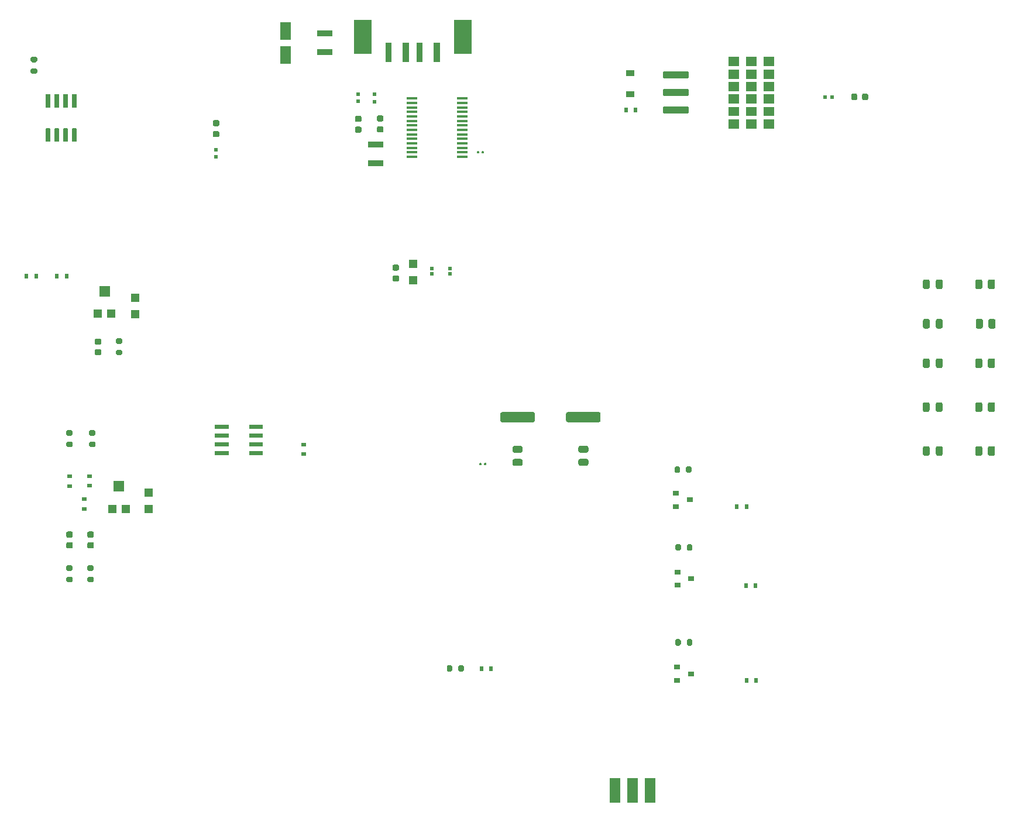
<source format=gtp>
G04 #@! TF.GenerationSoftware,KiCad,Pcbnew,(5.1.12-1-10_14)*
G04 #@! TF.CreationDate,2021-12-30T10:25:41+00:00*
G04 #@! TF.ProjectId,TICAF_v1,54494341-465f-4763-912e-6b696361645f,rev?*
G04 #@! TF.SameCoordinates,Original*
G04 #@! TF.FileFunction,Paste,Top*
G04 #@! TF.FilePolarity,Positive*
%FSLAX46Y46*%
G04 Gerber Fmt 4.6, Leading zero omitted, Abs format (unit mm)*
G04 Created by KiCad (PCBNEW (5.1.12-1-10_14)) date 2021-12-30 10:25:41*
%MOMM*%
%LPD*%
G01*
G04 APERTURE LIST*
%ADD10C,0.010000*%
%ADD11R,0.600000X0.700000*%
%ADD12R,0.900000X0.800000*%
%ADD13R,1.500000X0.400000*%
%ADD14R,1.150000X1.150000*%
%ADD15R,1.600000X1.500000*%
%ADD16R,1.200000X1.200000*%
%ADD17R,0.500000X0.475000*%
%ADD18R,0.475000X0.500000*%
%ADD19R,1.524000X3.524000*%
%ADD20R,2.500000X5.000000*%
%ADD21R,0.700000X0.600000*%
%ADD22R,1.200000X0.850000*%
%ADD23R,2.300000X0.900000*%
%ADD24R,1.600000X2.500000*%
G04 APERTURE END LIST*
D10*
G36*
X85056000Y-69880500D02*
G01*
X85506000Y-69880500D01*
X85506000Y-70330500D01*
X85056000Y-70330500D01*
X85056000Y-69880500D01*
G37*
X85056000Y-69880500D02*
X85506000Y-69880500D01*
X85506000Y-70330500D01*
X85056000Y-70330500D01*
X85056000Y-69880500D01*
G36*
X85056000Y-70630500D02*
G01*
X85506000Y-70630500D01*
X85506000Y-71080500D01*
X85056000Y-71080500D01*
X85056000Y-70630500D01*
G37*
X85056000Y-70630500D02*
X85506000Y-70630500D01*
X85506000Y-71080500D01*
X85056000Y-71080500D01*
X85056000Y-70630500D01*
G36*
X87706000Y-69880500D02*
G01*
X88156000Y-69880500D01*
X88156000Y-70330500D01*
X87706000Y-70330500D01*
X87706000Y-69880500D01*
G37*
X87706000Y-69880500D02*
X88156000Y-69880500D01*
X88156000Y-70330500D01*
X87706000Y-70330500D01*
X87706000Y-69880500D01*
G36*
X87706000Y-70630500D02*
G01*
X88156000Y-70630500D01*
X88156000Y-71080500D01*
X87706000Y-71080500D01*
X87706000Y-70630500D01*
G37*
X87706000Y-70630500D02*
X88156000Y-70630500D01*
X88156000Y-71080500D01*
X87706000Y-71080500D01*
X87706000Y-70630500D01*
G36*
X130780400Y-43110500D02*
G01*
X132230400Y-43110500D01*
X132230400Y-44370500D01*
X130780400Y-44370500D01*
X130780400Y-43110500D01*
G37*
X130780400Y-43110500D02*
X132230400Y-43110500D01*
X132230400Y-44370500D01*
X130780400Y-44370500D01*
X130780400Y-43110500D01*
G36*
X130780400Y-41310500D02*
G01*
X132230400Y-41310500D01*
X132230400Y-42570500D01*
X130780400Y-42570500D01*
X130780400Y-41310500D01*
G37*
X130780400Y-41310500D02*
X132230400Y-41310500D01*
X132230400Y-42570500D01*
X130780400Y-42570500D01*
X130780400Y-41310500D01*
G36*
X130780400Y-39510500D02*
G01*
X132230400Y-39510500D01*
X132230400Y-40770500D01*
X130780400Y-40770500D01*
X130780400Y-39510500D01*
G37*
X130780400Y-39510500D02*
X132230400Y-39510500D01*
X132230400Y-40770500D01*
X130780400Y-40770500D01*
X130780400Y-39510500D01*
G36*
X130780400Y-44910500D02*
G01*
X132230400Y-44910500D01*
X132230400Y-46170500D01*
X130780400Y-46170500D01*
X130780400Y-44910500D01*
G37*
X130780400Y-44910500D02*
X132230400Y-44910500D01*
X132230400Y-46170500D01*
X130780400Y-46170500D01*
X130780400Y-44910500D01*
G36*
X130780400Y-46710500D02*
G01*
X132230400Y-46710500D01*
X132230400Y-47970500D01*
X130780400Y-47970500D01*
X130780400Y-46710500D01*
G37*
X130780400Y-46710500D02*
X132230400Y-46710500D01*
X132230400Y-47970500D01*
X130780400Y-47970500D01*
X130780400Y-46710500D01*
G36*
X130780400Y-48510500D02*
G01*
X132230400Y-48510500D01*
X132230400Y-49770500D01*
X130780400Y-49770500D01*
X130780400Y-48510500D01*
G37*
X130780400Y-48510500D02*
X132230400Y-48510500D01*
X132230400Y-49770500D01*
X130780400Y-49770500D01*
X130780400Y-48510500D01*
G36*
X133320400Y-43110500D02*
G01*
X134770400Y-43110500D01*
X134770400Y-44370500D01*
X133320400Y-44370500D01*
X133320400Y-43110500D01*
G37*
X133320400Y-43110500D02*
X134770400Y-43110500D01*
X134770400Y-44370500D01*
X133320400Y-44370500D01*
X133320400Y-43110500D01*
G36*
X133320400Y-41310500D02*
G01*
X134770400Y-41310500D01*
X134770400Y-42570500D01*
X133320400Y-42570500D01*
X133320400Y-41310500D01*
G37*
X133320400Y-41310500D02*
X134770400Y-41310500D01*
X134770400Y-42570500D01*
X133320400Y-42570500D01*
X133320400Y-41310500D01*
G36*
X133320400Y-39510500D02*
G01*
X134770400Y-39510500D01*
X134770400Y-40770500D01*
X133320400Y-40770500D01*
X133320400Y-39510500D01*
G37*
X133320400Y-39510500D02*
X134770400Y-39510500D01*
X134770400Y-40770500D01*
X133320400Y-40770500D01*
X133320400Y-39510500D01*
G36*
X133320400Y-44910500D02*
G01*
X134770400Y-44910500D01*
X134770400Y-46170500D01*
X133320400Y-46170500D01*
X133320400Y-44910500D01*
G37*
X133320400Y-44910500D02*
X134770400Y-44910500D01*
X134770400Y-46170500D01*
X133320400Y-46170500D01*
X133320400Y-44910500D01*
G36*
X133320400Y-46710500D02*
G01*
X134770400Y-46710500D01*
X134770400Y-47970500D01*
X133320400Y-47970500D01*
X133320400Y-46710500D01*
G37*
X133320400Y-46710500D02*
X134770400Y-46710500D01*
X134770400Y-47970500D01*
X133320400Y-47970500D01*
X133320400Y-46710500D01*
G36*
X133320400Y-48510500D02*
G01*
X134770400Y-48510500D01*
X134770400Y-49770500D01*
X133320400Y-49770500D01*
X133320400Y-48510500D01*
G37*
X133320400Y-48510500D02*
X134770400Y-48510500D01*
X134770400Y-49770500D01*
X133320400Y-49770500D01*
X133320400Y-48510500D01*
G36*
X128240400Y-43110500D02*
G01*
X129690400Y-43110500D01*
X129690400Y-44370500D01*
X128240400Y-44370500D01*
X128240400Y-43110500D01*
G37*
X128240400Y-43110500D02*
X129690400Y-43110500D01*
X129690400Y-44370500D01*
X128240400Y-44370500D01*
X128240400Y-43110500D01*
G36*
X128240400Y-41310500D02*
G01*
X129690400Y-41310500D01*
X129690400Y-42570500D01*
X128240400Y-42570500D01*
X128240400Y-41310500D01*
G37*
X128240400Y-41310500D02*
X129690400Y-41310500D01*
X129690400Y-42570500D01*
X128240400Y-42570500D01*
X128240400Y-41310500D01*
G36*
X128240400Y-39510500D02*
G01*
X129690400Y-39510500D01*
X129690400Y-40770500D01*
X128240400Y-40770500D01*
X128240400Y-39510500D01*
G37*
X128240400Y-39510500D02*
X129690400Y-39510500D01*
X129690400Y-40770500D01*
X128240400Y-40770500D01*
X128240400Y-39510500D01*
G36*
X128240400Y-44910500D02*
G01*
X129690400Y-44910500D01*
X129690400Y-46170500D01*
X128240400Y-46170500D01*
X128240400Y-44910500D01*
G37*
X128240400Y-44910500D02*
X129690400Y-44910500D01*
X129690400Y-46170500D01*
X128240400Y-46170500D01*
X128240400Y-44910500D01*
G36*
X128240400Y-46710500D02*
G01*
X129690400Y-46710500D01*
X129690400Y-47970500D01*
X128240400Y-47970500D01*
X128240400Y-46710500D01*
G37*
X128240400Y-46710500D02*
X129690400Y-46710500D01*
X129690400Y-47970500D01*
X128240400Y-47970500D01*
X128240400Y-46710500D01*
G36*
X128240400Y-48510500D02*
G01*
X129690400Y-48510500D01*
X129690400Y-49770500D01*
X128240400Y-49770500D01*
X128240400Y-48510500D01*
G37*
X128240400Y-48510500D02*
X129690400Y-48510500D01*
X129690400Y-49770500D01*
X128240400Y-49770500D01*
X128240400Y-48510500D01*
D11*
X113400000Y-47200000D03*
X114800000Y-47200000D03*
D12*
X122620000Y-103600000D03*
X120620000Y-104550000D03*
X120620000Y-102650000D03*
X122810000Y-128770000D03*
X120810000Y-129720000D03*
X120810000Y-127820000D03*
X122850000Y-115010000D03*
X120850000Y-115960000D03*
X120850000Y-114060000D03*
G36*
G01*
X104734000Y-92098600D02*
X104734000Y-91162400D01*
G75*
G02*
X105020900Y-90875500I286900J0D01*
G01*
X109457100Y-90875500D01*
G75*
G02*
X109744000Y-91162400I0J-286900D01*
G01*
X109744000Y-92098600D01*
G75*
G02*
X109457100Y-92385500I-286900J0D01*
G01*
X105020900Y-92385500D01*
G75*
G02*
X104734000Y-92098600I0J286900D01*
G01*
G37*
G36*
G01*
X95234000Y-92098600D02*
X95234000Y-91162400D01*
G75*
G02*
X95520900Y-90875500I286900J0D01*
G01*
X99957100Y-90875500D01*
G75*
G02*
X100244000Y-91162400I0J-286900D01*
G01*
X100244000Y-92098600D01*
G75*
G02*
X99957100Y-92385500I-286900J0D01*
G01*
X95520900Y-92385500D01*
G75*
G02*
X95234000Y-92098600I0J286900D01*
G01*
G37*
G36*
G01*
X58889000Y-93285500D02*
X58889000Y-92769500D01*
G75*
G02*
X58931000Y-92727500I42000J0D01*
G01*
X60817000Y-92727500D01*
G75*
G02*
X60859000Y-92769500I0J-42000D01*
G01*
X60859000Y-93285500D01*
G75*
G02*
X60817000Y-93327500I-42000J0D01*
G01*
X58931000Y-93327500D01*
G75*
G02*
X58889000Y-93285500I0J42000D01*
G01*
G37*
G36*
G01*
X58889000Y-94555500D02*
X58889000Y-94039500D01*
G75*
G02*
X58931000Y-93997500I42000J0D01*
G01*
X60817000Y-93997500D01*
G75*
G02*
X60859000Y-94039500I0J-42000D01*
G01*
X60859000Y-94555500D01*
G75*
G02*
X60817000Y-94597500I-42000J0D01*
G01*
X58931000Y-94597500D01*
G75*
G02*
X58889000Y-94555500I0J42000D01*
G01*
G37*
G36*
G01*
X58889000Y-95825500D02*
X58889000Y-95309500D01*
G75*
G02*
X58931000Y-95267500I42000J0D01*
G01*
X60817000Y-95267500D01*
G75*
G02*
X60859000Y-95309500I0J-42000D01*
G01*
X60859000Y-95825500D01*
G75*
G02*
X60817000Y-95867500I-42000J0D01*
G01*
X58931000Y-95867500D01*
G75*
G02*
X58889000Y-95825500I0J42000D01*
G01*
G37*
G36*
G01*
X58889000Y-97095500D02*
X58889000Y-96579500D01*
G75*
G02*
X58931000Y-96537500I42000J0D01*
G01*
X60817000Y-96537500D01*
G75*
G02*
X60859000Y-96579500I0J-42000D01*
G01*
X60859000Y-97095500D01*
G75*
G02*
X60817000Y-97137500I-42000J0D01*
G01*
X58931000Y-97137500D01*
G75*
G02*
X58889000Y-97095500I0J42000D01*
G01*
G37*
G36*
G01*
X53949000Y-97095500D02*
X53949000Y-96579500D01*
G75*
G02*
X53991000Y-96537500I42000J0D01*
G01*
X55877000Y-96537500D01*
G75*
G02*
X55919000Y-96579500I0J-42000D01*
G01*
X55919000Y-97095500D01*
G75*
G02*
X55877000Y-97137500I-42000J0D01*
G01*
X53991000Y-97137500D01*
G75*
G02*
X53949000Y-97095500I0J42000D01*
G01*
G37*
G36*
G01*
X53949000Y-95825500D02*
X53949000Y-95309500D01*
G75*
G02*
X53991000Y-95267500I42000J0D01*
G01*
X55877000Y-95267500D01*
G75*
G02*
X55919000Y-95309500I0J-42000D01*
G01*
X55919000Y-95825500D01*
G75*
G02*
X55877000Y-95867500I-42000J0D01*
G01*
X53991000Y-95867500D01*
G75*
G02*
X53949000Y-95825500I0J42000D01*
G01*
G37*
G36*
G01*
X53949000Y-94555500D02*
X53949000Y-94039500D01*
G75*
G02*
X53991000Y-93997500I42000J0D01*
G01*
X55877000Y-93997500D01*
G75*
G02*
X55919000Y-94039500I0J-42000D01*
G01*
X55919000Y-94555500D01*
G75*
G02*
X55877000Y-94597500I-42000J0D01*
G01*
X53991000Y-94597500D01*
G75*
G02*
X53949000Y-94555500I0J42000D01*
G01*
G37*
G36*
G01*
X53949000Y-93285500D02*
X53949000Y-92769500D01*
G75*
G02*
X53991000Y-92727500I42000J0D01*
G01*
X55877000Y-92727500D01*
G75*
G02*
X55919000Y-92769500I0J-42000D01*
G01*
X55919000Y-93285500D01*
G75*
G02*
X55877000Y-93327500I-42000J0D01*
G01*
X53991000Y-93327500D01*
G75*
G02*
X53949000Y-93285500I0J42000D01*
G01*
G37*
G36*
G01*
X33333500Y-49808500D02*
X33849500Y-49808500D01*
G75*
G02*
X33891500Y-49850500I0J-42000D01*
G01*
X33891500Y-51736500D01*
G75*
G02*
X33849500Y-51778500I-42000J0D01*
G01*
X33333500Y-51778500D01*
G75*
G02*
X33291500Y-51736500I0J42000D01*
G01*
X33291500Y-49850500D01*
G75*
G02*
X33333500Y-49808500I42000J0D01*
G01*
G37*
G36*
G01*
X32063500Y-49808500D02*
X32579500Y-49808500D01*
G75*
G02*
X32621500Y-49850500I0J-42000D01*
G01*
X32621500Y-51736500D01*
G75*
G02*
X32579500Y-51778500I-42000J0D01*
G01*
X32063500Y-51778500D01*
G75*
G02*
X32021500Y-51736500I0J42000D01*
G01*
X32021500Y-49850500D01*
G75*
G02*
X32063500Y-49808500I42000J0D01*
G01*
G37*
G36*
G01*
X30793500Y-49808500D02*
X31309500Y-49808500D01*
G75*
G02*
X31351500Y-49850500I0J-42000D01*
G01*
X31351500Y-51736500D01*
G75*
G02*
X31309500Y-51778500I-42000J0D01*
G01*
X30793500Y-51778500D01*
G75*
G02*
X30751500Y-51736500I0J42000D01*
G01*
X30751500Y-49850500D01*
G75*
G02*
X30793500Y-49808500I42000J0D01*
G01*
G37*
G36*
G01*
X29523500Y-49808500D02*
X30039500Y-49808500D01*
G75*
G02*
X30081500Y-49850500I0J-42000D01*
G01*
X30081500Y-51736500D01*
G75*
G02*
X30039500Y-51778500I-42000J0D01*
G01*
X29523500Y-51778500D01*
G75*
G02*
X29481500Y-51736500I0J42000D01*
G01*
X29481500Y-49850500D01*
G75*
G02*
X29523500Y-49808500I42000J0D01*
G01*
G37*
G36*
G01*
X29523500Y-44868500D02*
X30039500Y-44868500D01*
G75*
G02*
X30081500Y-44910500I0J-42000D01*
G01*
X30081500Y-46796500D01*
G75*
G02*
X30039500Y-46838500I-42000J0D01*
G01*
X29523500Y-46838500D01*
G75*
G02*
X29481500Y-46796500I0J42000D01*
G01*
X29481500Y-44910500D01*
G75*
G02*
X29523500Y-44868500I42000J0D01*
G01*
G37*
G36*
G01*
X30793500Y-44868500D02*
X31309500Y-44868500D01*
G75*
G02*
X31351500Y-44910500I0J-42000D01*
G01*
X31351500Y-46796500D01*
G75*
G02*
X31309500Y-46838500I-42000J0D01*
G01*
X30793500Y-46838500D01*
G75*
G02*
X30751500Y-46796500I0J42000D01*
G01*
X30751500Y-44910500D01*
G75*
G02*
X30793500Y-44868500I42000J0D01*
G01*
G37*
G36*
G01*
X32063500Y-44868500D02*
X32579500Y-44868500D01*
G75*
G02*
X32621500Y-44910500I0J-42000D01*
G01*
X32621500Y-46796500D01*
G75*
G02*
X32579500Y-46838500I-42000J0D01*
G01*
X32063500Y-46838500D01*
G75*
G02*
X32021500Y-46796500I0J42000D01*
G01*
X32021500Y-44910500D01*
G75*
G02*
X32063500Y-44868500I42000J0D01*
G01*
G37*
G36*
G01*
X33333500Y-44868500D02*
X33849500Y-44868500D01*
G75*
G02*
X33891500Y-44910500I0J-42000D01*
G01*
X33891500Y-46796500D01*
G75*
G02*
X33849500Y-46838500I-42000J0D01*
G01*
X33333500Y-46838500D01*
G75*
G02*
X33291500Y-46796500I0J42000D01*
G01*
X33291500Y-44910500D01*
G75*
G02*
X33333500Y-44868500I42000J0D01*
G01*
G37*
D13*
X82481000Y-53945500D03*
X82481000Y-53295500D03*
X82481000Y-52645500D03*
X82481000Y-51995500D03*
X82481000Y-51345500D03*
X82481000Y-50695500D03*
X82481000Y-50045500D03*
X82481000Y-49395500D03*
X82481000Y-48745500D03*
X82481000Y-48095500D03*
X82481000Y-47445500D03*
X82481000Y-46795500D03*
X82481000Y-46145500D03*
X82481000Y-45495500D03*
X89731000Y-45495500D03*
X89731000Y-46145500D03*
X89731000Y-46795500D03*
X89731000Y-47445500D03*
X89731000Y-48095500D03*
X89731000Y-48745500D03*
X89731000Y-49395500D03*
X89731000Y-50045500D03*
X89731000Y-50695500D03*
X89731000Y-51345500D03*
X89731000Y-51995500D03*
X89731000Y-52645500D03*
X89731000Y-53295500D03*
X89731000Y-53945500D03*
G36*
G01*
X118730400Y-47556700D02*
X118730400Y-46804300D01*
G75*
G02*
X118849200Y-46685500I118800J0D01*
G01*
X122401600Y-46685500D01*
G75*
G02*
X122520400Y-46804300I0J-118800D01*
G01*
X122520400Y-47556700D01*
G75*
G02*
X122401600Y-47675500I-118800J0D01*
G01*
X118849200Y-47675500D01*
G75*
G02*
X118730400Y-47556700I0J118800D01*
G01*
G37*
G36*
G01*
X118730400Y-45016700D02*
X118730400Y-44264300D01*
G75*
G02*
X118849200Y-44145500I118800J0D01*
G01*
X122401600Y-44145500D01*
G75*
G02*
X122520400Y-44264300I0J-118800D01*
G01*
X122520400Y-45016700D01*
G75*
G02*
X122401600Y-45135500I-118800J0D01*
G01*
X118849200Y-45135500D01*
G75*
G02*
X118730400Y-45016700I0J118800D01*
G01*
G37*
G36*
G01*
X118730400Y-42476700D02*
X118730400Y-41724300D01*
G75*
G02*
X118849200Y-41605500I118800J0D01*
G01*
X122401600Y-41605500D01*
G75*
G02*
X122520400Y-41724300I0J-118800D01*
G01*
X122520400Y-42476700D01*
G75*
G02*
X122401600Y-42595500I-118800J0D01*
G01*
X118849200Y-42595500D01*
G75*
G02*
X118730400Y-42476700I0J118800D01*
G01*
G37*
G36*
G01*
X27474500Y-41128000D02*
X28024500Y-41128000D01*
G75*
G02*
X28224500Y-41328000I0J-200000D01*
G01*
X28224500Y-41728000D01*
G75*
G02*
X28024500Y-41928000I-200000J0D01*
G01*
X27474500Y-41928000D01*
G75*
G02*
X27274500Y-41728000I0J200000D01*
G01*
X27274500Y-41328000D01*
G75*
G02*
X27474500Y-41128000I200000J0D01*
G01*
G37*
G36*
G01*
X27474500Y-39478000D02*
X28024500Y-39478000D01*
G75*
G02*
X28224500Y-39678000I0J-200000D01*
G01*
X28224500Y-40078000D01*
G75*
G02*
X28024500Y-40278000I-200000J0D01*
G01*
X27474500Y-40278000D01*
G75*
G02*
X27274500Y-40078000I0J200000D01*
G01*
X27274500Y-39678000D01*
G75*
G02*
X27474500Y-39478000I200000J0D01*
G01*
G37*
G36*
G01*
X122090000Y-99485000D02*
X122090000Y-98935000D01*
G75*
G02*
X122290000Y-98735000I200000J0D01*
G01*
X122690000Y-98735000D01*
G75*
G02*
X122890000Y-98935000I0J-200000D01*
G01*
X122890000Y-99485000D01*
G75*
G02*
X122690000Y-99685000I-200000J0D01*
G01*
X122290000Y-99685000D01*
G75*
G02*
X122090000Y-99485000I0J200000D01*
G01*
G37*
G36*
G01*
X120440000Y-99485000D02*
X120440000Y-98935000D01*
G75*
G02*
X120640000Y-98735000I200000J0D01*
G01*
X121040000Y-98735000D01*
G75*
G02*
X121240000Y-98935000I0J-200000D01*
G01*
X121240000Y-99485000D01*
G75*
G02*
X121040000Y-99685000I-200000J0D01*
G01*
X120640000Y-99685000D01*
G75*
G02*
X120440000Y-99485000I0J200000D01*
G01*
G37*
G36*
G01*
X89140000Y-128265000D02*
X89140000Y-127715000D01*
G75*
G02*
X89340000Y-127515000I200000J0D01*
G01*
X89740000Y-127515000D01*
G75*
G02*
X89940000Y-127715000I0J-200000D01*
G01*
X89940000Y-128265000D01*
G75*
G02*
X89740000Y-128465000I-200000J0D01*
G01*
X89340000Y-128465000D01*
G75*
G02*
X89140000Y-128265000I0J200000D01*
G01*
G37*
G36*
G01*
X87490000Y-128265000D02*
X87490000Y-127715000D01*
G75*
G02*
X87690000Y-127515000I200000J0D01*
G01*
X88090000Y-127515000D01*
G75*
G02*
X88290000Y-127715000I0J-200000D01*
G01*
X88290000Y-128265000D01*
G75*
G02*
X88090000Y-128465000I-200000J0D01*
G01*
X87690000Y-128465000D01*
G75*
G02*
X87490000Y-128265000I0J200000D01*
G01*
G37*
G36*
G01*
X122220000Y-110745000D02*
X122220000Y-110195000D01*
G75*
G02*
X122420000Y-109995000I200000J0D01*
G01*
X122820000Y-109995000D01*
G75*
G02*
X123020000Y-110195000I0J-200000D01*
G01*
X123020000Y-110745000D01*
G75*
G02*
X122820000Y-110945000I-200000J0D01*
G01*
X122420000Y-110945000D01*
G75*
G02*
X122220000Y-110745000I0J200000D01*
G01*
G37*
G36*
G01*
X120570000Y-110745000D02*
X120570000Y-110195000D01*
G75*
G02*
X120770000Y-109995000I200000J0D01*
G01*
X121170000Y-109995000D01*
G75*
G02*
X121370000Y-110195000I0J-200000D01*
G01*
X121370000Y-110745000D01*
G75*
G02*
X121170000Y-110945000I-200000J0D01*
G01*
X120770000Y-110945000D01*
G75*
G02*
X120570000Y-110745000I0J200000D01*
G01*
G37*
G36*
G01*
X122200000Y-124505000D02*
X122200000Y-123955000D01*
G75*
G02*
X122400000Y-123755000I200000J0D01*
G01*
X122800000Y-123755000D01*
G75*
G02*
X123000000Y-123955000I0J-200000D01*
G01*
X123000000Y-124505000D01*
G75*
G02*
X122800000Y-124705000I-200000J0D01*
G01*
X122400000Y-124705000D01*
G75*
G02*
X122200000Y-124505000I0J200000D01*
G01*
G37*
G36*
G01*
X120550000Y-124505000D02*
X120550000Y-123955000D01*
G75*
G02*
X120750000Y-123755000I200000J0D01*
G01*
X121150000Y-123755000D01*
G75*
G02*
X121350000Y-123955000I0J-200000D01*
G01*
X121350000Y-124505000D01*
G75*
G02*
X121150000Y-124705000I-200000J0D01*
G01*
X120750000Y-124705000D01*
G75*
G02*
X120550000Y-124505000I0J200000D01*
G01*
G37*
D14*
X42418000Y-76708000D03*
X42418000Y-74358000D03*
D15*
X37957000Y-73394500D03*
D16*
X38957000Y-76644500D03*
X36957000Y-76644500D03*
G36*
G01*
X40343500Y-81020500D02*
X39793500Y-81020500D01*
G75*
G02*
X39593500Y-80820500I0J200000D01*
G01*
X39593500Y-80420500D01*
G75*
G02*
X39793500Y-80220500I200000J0D01*
G01*
X40343500Y-80220500D01*
G75*
G02*
X40543500Y-80420500I0J-200000D01*
G01*
X40543500Y-80820500D01*
G75*
G02*
X40343500Y-81020500I-200000J0D01*
G01*
G37*
G36*
G01*
X40343500Y-82670500D02*
X39793500Y-82670500D01*
G75*
G02*
X39593500Y-82470500I0J200000D01*
G01*
X39593500Y-82070500D01*
G75*
G02*
X39793500Y-81870500I200000J0D01*
G01*
X40343500Y-81870500D01*
G75*
G02*
X40543500Y-82070500I0J-200000D01*
G01*
X40543500Y-82470500D01*
G75*
G02*
X40343500Y-82670500I-200000J0D01*
G01*
G37*
G36*
G01*
X32618000Y-114724500D02*
X33168000Y-114724500D01*
G75*
G02*
X33368000Y-114924500I0J-200000D01*
G01*
X33368000Y-115324500D01*
G75*
G02*
X33168000Y-115524500I-200000J0D01*
G01*
X32618000Y-115524500D01*
G75*
G02*
X32418000Y-115324500I0J200000D01*
G01*
X32418000Y-114924500D01*
G75*
G02*
X32618000Y-114724500I200000J0D01*
G01*
G37*
G36*
G01*
X32618000Y-113074500D02*
X33168000Y-113074500D01*
G75*
G02*
X33368000Y-113274500I0J-200000D01*
G01*
X33368000Y-113674500D01*
G75*
G02*
X33168000Y-113874500I-200000J0D01*
G01*
X32618000Y-113874500D01*
G75*
G02*
X32418000Y-113674500I0J200000D01*
G01*
X32418000Y-113274500D01*
G75*
G02*
X32618000Y-113074500I200000J0D01*
G01*
G37*
D14*
X44323000Y-104902000D03*
X44323000Y-102552000D03*
G36*
G01*
X35666000Y-114725500D02*
X36216000Y-114725500D01*
G75*
G02*
X36416000Y-114925500I0J-200000D01*
G01*
X36416000Y-115325500D01*
G75*
G02*
X36216000Y-115525500I-200000J0D01*
G01*
X35666000Y-115525500D01*
G75*
G02*
X35466000Y-115325500I0J200000D01*
G01*
X35466000Y-114925500D01*
G75*
G02*
X35666000Y-114725500I200000J0D01*
G01*
G37*
G36*
G01*
X35666000Y-113075500D02*
X36216000Y-113075500D01*
G75*
G02*
X36416000Y-113275500I0J-200000D01*
G01*
X36416000Y-113675500D01*
G75*
G02*
X36216000Y-113875500I-200000J0D01*
G01*
X35666000Y-113875500D01*
G75*
G02*
X35466000Y-113675500I0J200000D01*
G01*
X35466000Y-113275500D01*
G75*
G02*
X35666000Y-113075500I200000J0D01*
G01*
G37*
G36*
G01*
X33168000Y-94317500D02*
X32618000Y-94317500D01*
G75*
G02*
X32418000Y-94117500I0J200000D01*
G01*
X32418000Y-93717500D01*
G75*
G02*
X32618000Y-93517500I200000J0D01*
G01*
X33168000Y-93517500D01*
G75*
G02*
X33368000Y-93717500I0J-200000D01*
G01*
X33368000Y-94117500D01*
G75*
G02*
X33168000Y-94317500I-200000J0D01*
G01*
G37*
G36*
G01*
X33168000Y-95967500D02*
X32618000Y-95967500D01*
G75*
G02*
X32418000Y-95767500I0J200000D01*
G01*
X32418000Y-95367500D01*
G75*
G02*
X32618000Y-95167500I200000J0D01*
G01*
X33168000Y-95167500D01*
G75*
G02*
X33368000Y-95367500I0J-200000D01*
G01*
X33368000Y-95767500D01*
G75*
G02*
X33168000Y-95967500I-200000J0D01*
G01*
G37*
G36*
G01*
X36470000Y-94316500D02*
X35920000Y-94316500D01*
G75*
G02*
X35720000Y-94116500I0J200000D01*
G01*
X35720000Y-93716500D01*
G75*
G02*
X35920000Y-93516500I200000J0D01*
G01*
X36470000Y-93516500D01*
G75*
G02*
X36670000Y-93716500I0J-200000D01*
G01*
X36670000Y-94116500D01*
G75*
G02*
X36470000Y-94316500I-200000J0D01*
G01*
G37*
G36*
G01*
X36470000Y-95966500D02*
X35920000Y-95966500D01*
G75*
G02*
X35720000Y-95766500I0J200000D01*
G01*
X35720000Y-95366500D01*
G75*
G02*
X35920000Y-95166500I200000J0D01*
G01*
X36470000Y-95166500D01*
G75*
G02*
X36670000Y-95366500I0J-200000D01*
G01*
X36670000Y-95766500D01*
G75*
G02*
X36470000Y-95966500I-200000J0D01*
G01*
G37*
D15*
X40052500Y-101652000D03*
D16*
X41052500Y-104902000D03*
X39052500Y-104902000D03*
G36*
G01*
X164977500Y-96069998D02*
X164977500Y-96970002D01*
G75*
G02*
X164727502Y-97220000I-249998J0D01*
G01*
X164202498Y-97220000D01*
G75*
G02*
X163952500Y-96970002I0J249998D01*
G01*
X163952500Y-96069998D01*
G75*
G02*
X164202498Y-95820000I249998J0D01*
G01*
X164727502Y-95820000D01*
G75*
G02*
X164977500Y-96069998I0J-249998D01*
G01*
G37*
G36*
G01*
X166802500Y-96069998D02*
X166802500Y-96970002D01*
G75*
G02*
X166552502Y-97220000I-249998J0D01*
G01*
X166027498Y-97220000D01*
G75*
G02*
X165777500Y-96970002I0J249998D01*
G01*
X165777500Y-96069998D01*
G75*
G02*
X166027498Y-95820000I249998J0D01*
G01*
X166552502Y-95820000D01*
G75*
G02*
X166802500Y-96069998I0J-249998D01*
G01*
G37*
G36*
G01*
X164977500Y-89719998D02*
X164977500Y-90620002D01*
G75*
G02*
X164727502Y-90870000I-249998J0D01*
G01*
X164202498Y-90870000D01*
G75*
G02*
X163952500Y-90620002I0J249998D01*
G01*
X163952500Y-89719998D01*
G75*
G02*
X164202498Y-89470000I249998J0D01*
G01*
X164727502Y-89470000D01*
G75*
G02*
X164977500Y-89719998I0J-249998D01*
G01*
G37*
G36*
G01*
X166802500Y-89719998D02*
X166802500Y-90620002D01*
G75*
G02*
X166552502Y-90870000I-249998J0D01*
G01*
X166027498Y-90870000D01*
G75*
G02*
X165777500Y-90620002I0J249998D01*
G01*
X165777500Y-89719998D01*
G75*
G02*
X166027498Y-89470000I249998J0D01*
G01*
X166552502Y-89470000D01*
G75*
G02*
X166802500Y-89719998I0J-249998D01*
G01*
G37*
G36*
G01*
X164977500Y-83369998D02*
X164977500Y-84270002D01*
G75*
G02*
X164727502Y-84520000I-249998J0D01*
G01*
X164202498Y-84520000D01*
G75*
G02*
X163952500Y-84270002I0J249998D01*
G01*
X163952500Y-83369998D01*
G75*
G02*
X164202498Y-83120000I249998J0D01*
G01*
X164727502Y-83120000D01*
G75*
G02*
X164977500Y-83369998I0J-249998D01*
G01*
G37*
G36*
G01*
X166802500Y-83369998D02*
X166802500Y-84270002D01*
G75*
G02*
X166552502Y-84520000I-249998J0D01*
G01*
X166027498Y-84520000D01*
G75*
G02*
X165777500Y-84270002I0J249998D01*
G01*
X165777500Y-83369998D01*
G75*
G02*
X166027498Y-83120000I249998J0D01*
G01*
X166552502Y-83120000D01*
G75*
G02*
X166802500Y-83369998I0J-249998D01*
G01*
G37*
G36*
G01*
X165057500Y-77654998D02*
X165057500Y-78555002D01*
G75*
G02*
X164807502Y-78805000I-249998J0D01*
G01*
X164282498Y-78805000D01*
G75*
G02*
X164032500Y-78555002I0J249998D01*
G01*
X164032500Y-77654998D01*
G75*
G02*
X164282498Y-77405000I249998J0D01*
G01*
X164807502Y-77405000D01*
G75*
G02*
X165057500Y-77654998I0J-249998D01*
G01*
G37*
G36*
G01*
X166882500Y-77654998D02*
X166882500Y-78555002D01*
G75*
G02*
X166632502Y-78805000I-249998J0D01*
G01*
X166107498Y-78805000D01*
G75*
G02*
X165857500Y-78555002I0J249998D01*
G01*
X165857500Y-77654998D01*
G75*
G02*
X166107498Y-77405000I249998J0D01*
G01*
X166632502Y-77405000D01*
G75*
G02*
X166882500Y-77654998I0J-249998D01*
G01*
G37*
G36*
G01*
X164977500Y-71939998D02*
X164977500Y-72840002D01*
G75*
G02*
X164727502Y-73090000I-249998J0D01*
G01*
X164202498Y-73090000D01*
G75*
G02*
X163952500Y-72840002I0J249998D01*
G01*
X163952500Y-71939998D01*
G75*
G02*
X164202498Y-71690000I249998J0D01*
G01*
X164727502Y-71690000D01*
G75*
G02*
X164977500Y-71939998I0J-249998D01*
G01*
G37*
G36*
G01*
X166802500Y-71939998D02*
X166802500Y-72840002D01*
G75*
G02*
X166552502Y-73090000I-249998J0D01*
G01*
X166027498Y-73090000D01*
G75*
G02*
X165777500Y-72840002I0J249998D01*
G01*
X165777500Y-71939998D01*
G75*
G02*
X166027498Y-71690000I249998J0D01*
G01*
X166552502Y-71690000D01*
G75*
G02*
X166802500Y-71939998I0J-249998D01*
G01*
G37*
D17*
X54102000Y-53979000D03*
X54102000Y-52955000D03*
X74676000Y-45910500D03*
X74676000Y-44886500D03*
X77050900Y-44928600D03*
X77050900Y-45952600D03*
D18*
X143256000Y-45275500D03*
X142232000Y-45275500D03*
D14*
X82606000Y-71830500D03*
X82606000Y-69480500D03*
D19*
X116880000Y-145620000D03*
X114340000Y-145620000D03*
X111800000Y-145620000D03*
D20*
X75300000Y-36588500D03*
X89800000Y-36588500D03*
G36*
G01*
X82000000Y-37492500D02*
X82000000Y-40184500D01*
G75*
G02*
X81946000Y-40238500I-54000J0D01*
G01*
X81154000Y-40238500D01*
G75*
G02*
X81100000Y-40184500I0J54000D01*
G01*
X81100000Y-37492500D01*
G75*
G02*
X81154000Y-37438500I54000J0D01*
G01*
X81946000Y-37438500D01*
G75*
G02*
X82000000Y-37492500I0J-54000D01*
G01*
G37*
G36*
G01*
X86500000Y-37492500D02*
X86500000Y-40184500D01*
G75*
G02*
X86446000Y-40238500I-54000J0D01*
G01*
X85654000Y-40238500D01*
G75*
G02*
X85600000Y-40184500I0J54000D01*
G01*
X85600000Y-37492500D01*
G75*
G02*
X85654000Y-37438500I54000J0D01*
G01*
X86446000Y-37438500D01*
G75*
G02*
X86500000Y-37492500I0J-54000D01*
G01*
G37*
G36*
G01*
X84000000Y-37492500D02*
X84000000Y-40184500D01*
G75*
G02*
X83946000Y-40238500I-54000J0D01*
G01*
X83154000Y-40238500D01*
G75*
G02*
X83100000Y-40184500I0J54000D01*
G01*
X83100000Y-37492500D01*
G75*
G02*
X83154000Y-37438500I54000J0D01*
G01*
X83946000Y-37438500D01*
G75*
G02*
X84000000Y-37492500I0J-54000D01*
G01*
G37*
G36*
G01*
X79500000Y-37492500D02*
X79500000Y-40184500D01*
G75*
G02*
X79446000Y-40238500I-54000J0D01*
G01*
X78654000Y-40238500D01*
G75*
G02*
X78600000Y-40184500I0J54000D01*
G01*
X78600000Y-37492500D01*
G75*
G02*
X78654000Y-37438500I54000J0D01*
G01*
X79446000Y-37438500D01*
G75*
G02*
X79500000Y-37492500I0J-54000D01*
G01*
G37*
D11*
X130860000Y-104550000D03*
X129460000Y-104550000D03*
D21*
X66802000Y-96967500D03*
X66802000Y-95567500D03*
D11*
X92500000Y-127990000D03*
X93900000Y-127990000D03*
X132270000Y-129720000D03*
X130870000Y-129720000D03*
X132160000Y-116000000D03*
X130760000Y-116000000D03*
X32451500Y-71185000D03*
X31051500Y-71185000D03*
X26667000Y-71183500D03*
X28067000Y-71183500D03*
D21*
X35814000Y-100139500D03*
X35814000Y-101539500D03*
X35052000Y-104905000D03*
X35052000Y-103505000D03*
X32893000Y-100200000D03*
X32893000Y-101600000D03*
G36*
G01*
X157362500Y-96063750D02*
X157362500Y-96976250D01*
G75*
G02*
X157118750Y-97220000I-243750J0D01*
G01*
X156631250Y-97220000D01*
G75*
G02*
X156387500Y-96976250I0J243750D01*
G01*
X156387500Y-96063750D01*
G75*
G02*
X156631250Y-95820000I243750J0D01*
G01*
X157118750Y-95820000D01*
G75*
G02*
X157362500Y-96063750I0J-243750D01*
G01*
G37*
G36*
G01*
X159237500Y-96063750D02*
X159237500Y-96976250D01*
G75*
G02*
X158993750Y-97220000I-243750J0D01*
G01*
X158506250Y-97220000D01*
G75*
G02*
X158262500Y-96976250I0J243750D01*
G01*
X158262500Y-96063750D01*
G75*
G02*
X158506250Y-95820000I243750J0D01*
G01*
X158993750Y-95820000D01*
G75*
G02*
X159237500Y-96063750I0J-243750D01*
G01*
G37*
G36*
G01*
X157332500Y-89713750D02*
X157332500Y-90626250D01*
G75*
G02*
X157088750Y-90870000I-243750J0D01*
G01*
X156601250Y-90870000D01*
G75*
G02*
X156357500Y-90626250I0J243750D01*
G01*
X156357500Y-89713750D01*
G75*
G02*
X156601250Y-89470000I243750J0D01*
G01*
X157088750Y-89470000D01*
G75*
G02*
X157332500Y-89713750I0J-243750D01*
G01*
G37*
G36*
G01*
X159207500Y-89713750D02*
X159207500Y-90626250D01*
G75*
G02*
X158963750Y-90870000I-243750J0D01*
G01*
X158476250Y-90870000D01*
G75*
G02*
X158232500Y-90626250I0J243750D01*
G01*
X158232500Y-89713750D01*
G75*
G02*
X158476250Y-89470000I243750J0D01*
G01*
X158963750Y-89470000D01*
G75*
G02*
X159207500Y-89713750I0J-243750D01*
G01*
G37*
G36*
G01*
X157362500Y-83363750D02*
X157362500Y-84276250D01*
G75*
G02*
X157118750Y-84520000I-243750J0D01*
G01*
X156631250Y-84520000D01*
G75*
G02*
X156387500Y-84276250I0J243750D01*
G01*
X156387500Y-83363750D01*
G75*
G02*
X156631250Y-83120000I243750J0D01*
G01*
X157118750Y-83120000D01*
G75*
G02*
X157362500Y-83363750I0J-243750D01*
G01*
G37*
G36*
G01*
X159237500Y-83363750D02*
X159237500Y-84276250D01*
G75*
G02*
X158993750Y-84520000I-243750J0D01*
G01*
X158506250Y-84520000D01*
G75*
G02*
X158262500Y-84276250I0J243750D01*
G01*
X158262500Y-83363750D01*
G75*
G02*
X158506250Y-83120000I243750J0D01*
G01*
X158993750Y-83120000D01*
G75*
G02*
X159237500Y-83363750I0J-243750D01*
G01*
G37*
G36*
G01*
X157362500Y-77648750D02*
X157362500Y-78561250D01*
G75*
G02*
X157118750Y-78805000I-243750J0D01*
G01*
X156631250Y-78805000D01*
G75*
G02*
X156387500Y-78561250I0J243750D01*
G01*
X156387500Y-77648750D01*
G75*
G02*
X156631250Y-77405000I243750J0D01*
G01*
X157118750Y-77405000D01*
G75*
G02*
X157362500Y-77648750I0J-243750D01*
G01*
G37*
G36*
G01*
X159237500Y-77648750D02*
X159237500Y-78561250D01*
G75*
G02*
X158993750Y-78805000I-243750J0D01*
G01*
X158506250Y-78805000D01*
G75*
G02*
X158262500Y-78561250I0J243750D01*
G01*
X158262500Y-77648750D01*
G75*
G02*
X158506250Y-77405000I243750J0D01*
G01*
X158993750Y-77405000D01*
G75*
G02*
X159237500Y-77648750I0J-243750D01*
G01*
G37*
G36*
G01*
X157362500Y-71933750D02*
X157362500Y-72846250D01*
G75*
G02*
X157118750Y-73090000I-243750J0D01*
G01*
X156631250Y-73090000D01*
G75*
G02*
X156387500Y-72846250I0J243750D01*
G01*
X156387500Y-71933750D01*
G75*
G02*
X156631250Y-71690000I243750J0D01*
G01*
X157118750Y-71690000D01*
G75*
G02*
X157362500Y-71933750I0J-243750D01*
G01*
G37*
G36*
G01*
X159237500Y-71933750D02*
X159237500Y-72846250D01*
G75*
G02*
X158993750Y-73090000I-243750J0D01*
G01*
X158506250Y-73090000D01*
G75*
G02*
X158262500Y-72846250I0J243750D01*
G01*
X158262500Y-71933750D01*
G75*
G02*
X158506250Y-71690000I243750J0D01*
G01*
X158993750Y-71690000D01*
G75*
G02*
X159237500Y-71933750I0J-243750D01*
G01*
G37*
G36*
G01*
X54358250Y-49523000D02*
X53845750Y-49523000D01*
G75*
G02*
X53627000Y-49304250I0J218750D01*
G01*
X53627000Y-48866750D01*
G75*
G02*
X53845750Y-48648000I218750J0D01*
G01*
X54358250Y-48648000D01*
G75*
G02*
X54577000Y-48866750I0J-218750D01*
G01*
X54577000Y-49304250D01*
G75*
G02*
X54358250Y-49523000I-218750J0D01*
G01*
G37*
G36*
G01*
X54358250Y-51098000D02*
X53845750Y-51098000D01*
G75*
G02*
X53627000Y-50879250I0J218750D01*
G01*
X53627000Y-50441750D01*
G75*
G02*
X53845750Y-50223000I218750J0D01*
G01*
X54358250Y-50223000D01*
G75*
G02*
X54577000Y-50441750I0J-218750D01*
G01*
X54577000Y-50879250D01*
G75*
G02*
X54358250Y-51098000I-218750J0D01*
G01*
G37*
G36*
G01*
X80362250Y-70418000D02*
X79849750Y-70418000D01*
G75*
G02*
X79631000Y-70199250I0J218750D01*
G01*
X79631000Y-69761750D01*
G75*
G02*
X79849750Y-69543000I218750J0D01*
G01*
X80362250Y-69543000D01*
G75*
G02*
X80581000Y-69761750I0J-218750D01*
G01*
X80581000Y-70199250D01*
G75*
G02*
X80362250Y-70418000I-218750J0D01*
G01*
G37*
G36*
G01*
X80362250Y-71993000D02*
X79849750Y-71993000D01*
G75*
G02*
X79631000Y-71774250I0J218750D01*
G01*
X79631000Y-71336750D01*
G75*
G02*
X79849750Y-71118000I218750J0D01*
G01*
X80362250Y-71118000D01*
G75*
G02*
X80581000Y-71336750I0J-218750D01*
G01*
X80581000Y-71774250D01*
G75*
G02*
X80362250Y-71993000I-218750J0D01*
G01*
G37*
G36*
G01*
X74932250Y-48888000D02*
X74419750Y-48888000D01*
G75*
G02*
X74201000Y-48669250I0J218750D01*
G01*
X74201000Y-48231750D01*
G75*
G02*
X74419750Y-48013000I218750J0D01*
G01*
X74932250Y-48013000D01*
G75*
G02*
X75151000Y-48231750I0J-218750D01*
G01*
X75151000Y-48669250D01*
G75*
G02*
X74932250Y-48888000I-218750J0D01*
G01*
G37*
G36*
G01*
X74932250Y-50463000D02*
X74419750Y-50463000D01*
G75*
G02*
X74201000Y-50244250I0J218750D01*
G01*
X74201000Y-49806750D01*
G75*
G02*
X74419750Y-49588000I218750J0D01*
G01*
X74932250Y-49588000D01*
G75*
G02*
X75151000Y-49806750I0J-218750D01*
G01*
X75151000Y-50244250D01*
G75*
G02*
X74932250Y-50463000I-218750J0D01*
G01*
G37*
G36*
G01*
X78107250Y-48837100D02*
X77594750Y-48837100D01*
G75*
G02*
X77376000Y-48618350I0J218750D01*
G01*
X77376000Y-48180850D01*
G75*
G02*
X77594750Y-47962100I218750J0D01*
G01*
X78107250Y-47962100D01*
G75*
G02*
X78326000Y-48180850I0J-218750D01*
G01*
X78326000Y-48618350D01*
G75*
G02*
X78107250Y-48837100I-218750J0D01*
G01*
G37*
G36*
G01*
X78107250Y-50412100D02*
X77594750Y-50412100D01*
G75*
G02*
X77376000Y-50193350I0J218750D01*
G01*
X77376000Y-49755850D01*
G75*
G02*
X77594750Y-49537100I218750J0D01*
G01*
X78107250Y-49537100D01*
G75*
G02*
X78326000Y-49755850I0J-218750D01*
G01*
X78326000Y-50193350D01*
G75*
G02*
X78107250Y-50412100I-218750J0D01*
G01*
G37*
G36*
G01*
X146868500Y-45019250D02*
X146868500Y-45531750D01*
G75*
G02*
X146649750Y-45750500I-218750J0D01*
G01*
X146212250Y-45750500D01*
G75*
G02*
X145993500Y-45531750I0J218750D01*
G01*
X145993500Y-45019250D01*
G75*
G02*
X146212250Y-44800500I218750J0D01*
G01*
X146649750Y-44800500D01*
G75*
G02*
X146868500Y-45019250I0J-218750D01*
G01*
G37*
G36*
G01*
X148443500Y-45019250D02*
X148443500Y-45531750D01*
G75*
G02*
X148224750Y-45750500I-218750J0D01*
G01*
X147787250Y-45750500D01*
G75*
G02*
X147568500Y-45531750I0J218750D01*
G01*
X147568500Y-45019250D01*
G75*
G02*
X147787250Y-44800500I218750J0D01*
G01*
X148224750Y-44800500D01*
G75*
G02*
X148443500Y-45019250I0J-218750D01*
G01*
G37*
D22*
X114046000Y-44895500D03*
X114046000Y-41845500D03*
G36*
G01*
X36776000Y-81790500D02*
X37276000Y-81790500D01*
G75*
G02*
X37501000Y-82015500I0J-225000D01*
G01*
X37501000Y-82465500D01*
G75*
G02*
X37276000Y-82690500I-225000J0D01*
G01*
X36776000Y-82690500D01*
G75*
G02*
X36551000Y-82465500I0J225000D01*
G01*
X36551000Y-82015500D01*
G75*
G02*
X36776000Y-81790500I225000J0D01*
G01*
G37*
G36*
G01*
X36776000Y-80240500D02*
X37276000Y-80240500D01*
G75*
G02*
X37501000Y-80465500I0J-225000D01*
G01*
X37501000Y-80915500D01*
G75*
G02*
X37276000Y-81140500I-225000J0D01*
G01*
X36776000Y-81140500D01*
G75*
G02*
X36551000Y-80915500I0J225000D01*
G01*
X36551000Y-80465500D01*
G75*
G02*
X36776000Y-80240500I225000J0D01*
G01*
G37*
G36*
G01*
X32643000Y-109722500D02*
X33143000Y-109722500D01*
G75*
G02*
X33368000Y-109947500I0J-225000D01*
G01*
X33368000Y-110397500D01*
G75*
G02*
X33143000Y-110622500I-225000J0D01*
G01*
X32643000Y-110622500D01*
G75*
G02*
X32418000Y-110397500I0J225000D01*
G01*
X32418000Y-109947500D01*
G75*
G02*
X32643000Y-109722500I225000J0D01*
G01*
G37*
G36*
G01*
X32643000Y-108172500D02*
X33143000Y-108172500D01*
G75*
G02*
X33368000Y-108397500I0J-225000D01*
G01*
X33368000Y-108847500D01*
G75*
G02*
X33143000Y-109072500I-225000J0D01*
G01*
X32643000Y-109072500D01*
G75*
G02*
X32418000Y-108847500I0J225000D01*
G01*
X32418000Y-108397500D01*
G75*
G02*
X32643000Y-108172500I225000J0D01*
G01*
G37*
G36*
G01*
X35691000Y-109722500D02*
X36191000Y-109722500D01*
G75*
G02*
X36416000Y-109947500I0J-225000D01*
G01*
X36416000Y-110397500D01*
G75*
G02*
X36191000Y-110622500I-225000J0D01*
G01*
X35691000Y-110622500D01*
G75*
G02*
X35466000Y-110397500I0J225000D01*
G01*
X35466000Y-109947500D01*
G75*
G02*
X35691000Y-109722500I225000J0D01*
G01*
G37*
G36*
G01*
X35691000Y-108172500D02*
X36191000Y-108172500D01*
G75*
G02*
X36416000Y-108397500I0J-225000D01*
G01*
X36416000Y-108847500D01*
G75*
G02*
X36191000Y-109072500I-225000J0D01*
G01*
X35691000Y-109072500D01*
G75*
G02*
X35466000Y-108847500I0J225000D01*
G01*
X35466000Y-108397500D01*
G75*
G02*
X35691000Y-108172500I225000J0D01*
G01*
G37*
G36*
G01*
X92160000Y-53190000D02*
X92160000Y-53391000D01*
G75*
G02*
X92080500Y-53470500I-79500J0D01*
G01*
X91921500Y-53470500D01*
G75*
G02*
X91842000Y-53391000I0J79500D01*
G01*
X91842000Y-53190000D01*
G75*
G02*
X91921500Y-53110500I79500J0D01*
G01*
X92080500Y-53110500D01*
G75*
G02*
X92160000Y-53190000I0J-79500D01*
G01*
G37*
G36*
G01*
X92850000Y-53190000D02*
X92850000Y-53391000D01*
G75*
G02*
X92770500Y-53470500I-79500J0D01*
G01*
X92611500Y-53470500D01*
G75*
G02*
X92532000Y-53391000I0J79500D01*
G01*
X92532000Y-53190000D01*
G75*
G02*
X92611500Y-53110500I79500J0D01*
G01*
X92770500Y-53110500D01*
G75*
G02*
X92850000Y-53190000I0J-79500D01*
G01*
G37*
G36*
G01*
X92898500Y-98525500D02*
X92898500Y-98324500D01*
G75*
G02*
X92978000Y-98245000I79500J0D01*
G01*
X93137000Y-98245000D01*
G75*
G02*
X93216500Y-98324500I0J-79500D01*
G01*
X93216500Y-98525500D01*
G75*
G02*
X93137000Y-98605000I-79500J0D01*
G01*
X92978000Y-98605000D01*
G75*
G02*
X92898500Y-98525500I0J79500D01*
G01*
G37*
G36*
G01*
X92208500Y-98525500D02*
X92208500Y-98324500D01*
G75*
G02*
X92288000Y-98245000I79500J0D01*
G01*
X92447000Y-98245000D01*
G75*
G02*
X92526500Y-98324500I0J-79500D01*
G01*
X92526500Y-98525500D01*
G75*
G02*
X92447000Y-98605000I-79500J0D01*
G01*
X92288000Y-98605000D01*
G75*
G02*
X92208500Y-98525500I0J79500D01*
G01*
G37*
D23*
X77203300Y-54880500D03*
X77203300Y-52180500D03*
D24*
X64135000Y-39215000D03*
X64135000Y-35715000D03*
D23*
X69850000Y-38815000D03*
X69850000Y-36115000D03*
G36*
G01*
X107726500Y-96771000D02*
X106776500Y-96771000D01*
G75*
G02*
X106526500Y-96521000I0J250000D01*
G01*
X106526500Y-96021000D01*
G75*
G02*
X106776500Y-95771000I250000J0D01*
G01*
X107726500Y-95771000D01*
G75*
G02*
X107976500Y-96021000I0J-250000D01*
G01*
X107976500Y-96521000D01*
G75*
G02*
X107726500Y-96771000I-250000J0D01*
G01*
G37*
G36*
G01*
X107726500Y-98671000D02*
X106776500Y-98671000D01*
G75*
G02*
X106526500Y-98421000I0J250000D01*
G01*
X106526500Y-97921000D01*
G75*
G02*
X106776500Y-97671000I250000J0D01*
G01*
X107726500Y-97671000D01*
G75*
G02*
X107976500Y-97921000I0J-250000D01*
G01*
X107976500Y-98421000D01*
G75*
G02*
X107726500Y-98671000I-250000J0D01*
G01*
G37*
G36*
G01*
X98201500Y-96771000D02*
X97251500Y-96771000D01*
G75*
G02*
X97001500Y-96521000I0J250000D01*
G01*
X97001500Y-96021000D01*
G75*
G02*
X97251500Y-95771000I250000J0D01*
G01*
X98201500Y-95771000D01*
G75*
G02*
X98451500Y-96021000I0J-250000D01*
G01*
X98451500Y-96521000D01*
G75*
G02*
X98201500Y-96771000I-250000J0D01*
G01*
G37*
G36*
G01*
X98201500Y-98671000D02*
X97251500Y-98671000D01*
G75*
G02*
X97001500Y-98421000I0J250000D01*
G01*
X97001500Y-97921000D01*
G75*
G02*
X97251500Y-97671000I250000J0D01*
G01*
X98201500Y-97671000D01*
G75*
G02*
X98451500Y-97921000I0J-250000D01*
G01*
X98451500Y-98421000D01*
G75*
G02*
X98201500Y-98671000I-250000J0D01*
G01*
G37*
M02*

</source>
